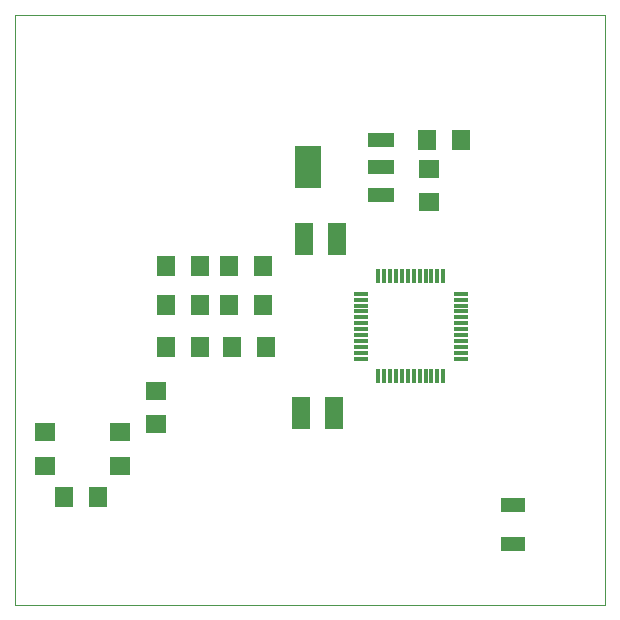
<source format=gtp>
G75*
%MOIN*%
%OFA0B0*%
%FSLAX25Y25*%
%IPPOS*%
%LPD*%
%AMOC8*
5,1,8,0,0,1.08239X$1,22.5*
%
%ADD10C,0.00000*%
%ADD11R,0.04724X0.01181*%
%ADD12R,0.01181X0.04724*%
%ADD13R,0.06299X0.07098*%
%ADD14R,0.07098X0.06299*%
%ADD15R,0.08000X0.05000*%
%ADD16R,0.08800X0.04800*%
%ADD17R,0.08661X0.14173*%
%ADD18R,0.07087X0.06299*%
%ADD19R,0.06299X0.10630*%
D10*
X0009000Y0001100D02*
X0009000Y0197950D01*
X0205850Y0197950D01*
X0205850Y0001100D01*
X0009000Y0001100D01*
D11*
X0124268Y0083273D03*
X0124268Y0085242D03*
X0124268Y0087210D03*
X0124268Y0089179D03*
X0124268Y0091147D03*
X0124268Y0093116D03*
X0124268Y0095084D03*
X0124268Y0097053D03*
X0124268Y0099021D03*
X0124268Y0100990D03*
X0124268Y0102958D03*
X0124268Y0104927D03*
X0157732Y0104927D03*
X0157732Y0102958D03*
X0157732Y0100990D03*
X0157732Y0099021D03*
X0157732Y0097053D03*
X0157732Y0095084D03*
X0157732Y0093116D03*
X0157732Y0091147D03*
X0157732Y0089179D03*
X0157732Y0087210D03*
X0157732Y0085242D03*
X0157732Y0083273D03*
D12*
X0151827Y0077368D03*
X0149858Y0077368D03*
X0147890Y0077368D03*
X0145921Y0077368D03*
X0143953Y0077368D03*
X0141984Y0077368D03*
X0140016Y0077368D03*
X0138047Y0077368D03*
X0136079Y0077368D03*
X0134110Y0077368D03*
X0132142Y0077368D03*
X0130173Y0077368D03*
X0130173Y0110832D03*
X0132142Y0110832D03*
X0134110Y0110832D03*
X0136079Y0110832D03*
X0138047Y0110832D03*
X0140016Y0110832D03*
X0141984Y0110832D03*
X0143953Y0110832D03*
X0145921Y0110832D03*
X0147890Y0110832D03*
X0149858Y0110832D03*
X0151827Y0110832D03*
D13*
X0146402Y0156100D03*
X0157598Y0156100D03*
X0091598Y0114100D03*
X0080402Y0114100D03*
X0070598Y0114100D03*
X0059402Y0114100D03*
X0059402Y0101100D03*
X0070598Y0101100D03*
X0080402Y0101100D03*
X0091598Y0101100D03*
X0092598Y0087100D03*
X0081402Y0087100D03*
X0070598Y0087100D03*
X0059402Y0087100D03*
X0036598Y0037100D03*
X0025402Y0037100D03*
D14*
X0019000Y0047502D03*
X0019000Y0058698D03*
X0044000Y0058698D03*
X0044000Y0047502D03*
D15*
X0175000Y0034600D03*
X0175000Y0021600D03*
D16*
X0131200Y0138000D03*
X0131200Y0147100D03*
X0131200Y0156200D03*
D17*
X0106799Y0147100D03*
D18*
X0147000Y0146612D03*
X0147000Y0135588D03*
X0056000Y0072612D03*
X0056000Y0061588D03*
D19*
X0104488Y0065100D03*
X0115512Y0065100D03*
X0116512Y0123100D03*
X0105488Y0123100D03*
M02*

</source>
